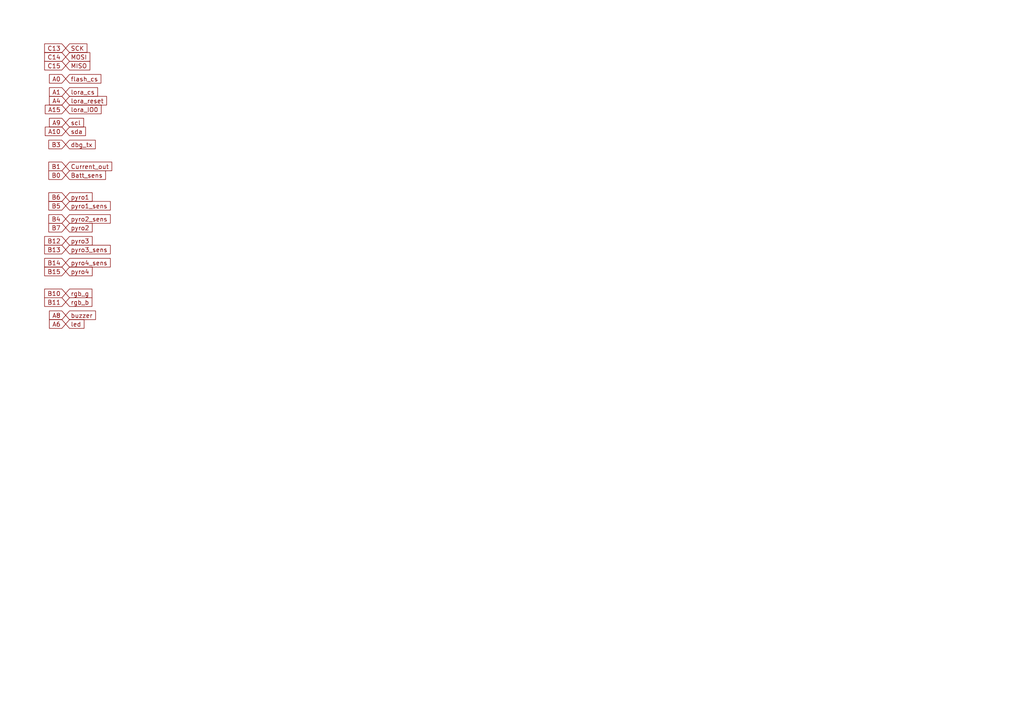
<source format=kicad_sch>
(kicad_sch (version 20201015) (generator eeschema)

  (page 1 8)

  (paper "A4")

  (lib_symbols
  )


  (global_label "C13" (shape input) (at 19.05 13.97 180)    (property "Intersheet References" "${INTERSHEET_REFS}" (id 0) (at 11.4239 13.8906 0)
      (effects (font (size 1.27 1.27)) (justify right) hide)
    )

    (effects (font (size 1.27 1.27)) (justify right))
  )
  (global_label "SCK" (shape input) (at 19.05 13.97 0)    (property "Intersheet References" "${INTERSHEET_REFS}" (id 0) (at 26.7366 14.0494 0)
      (effects (font (size 1.27 1.27)) (justify left) hide)
    )

    (effects (font (size 1.27 1.27)) (justify left))
  )
  (global_label "C14" (shape input) (at 19.05 16.51 180)    (property "Intersheet References" "${INTERSHEET_REFS}" (id 0) (at 11.4239 16.4306 0)
      (effects (font (size 1.27 1.27)) (justify right) hide)
    )

    (effects (font (size 1.27 1.27)) (justify right))
  )
  (global_label "MOSI" (shape input) (at 19.05 16.51 0)    (property "Intersheet References" "${INTERSHEET_REFS}" (id 0) (at 27.5833 16.4306 0)
      (effects (font (size 1.27 1.27)) (justify left) hide)
    )

    (effects (font (size 1.27 1.27)) (justify left))
  )
  (global_label "C15" (shape input) (at 19.05 19.05 180)    (property "Intersheet References" "${INTERSHEET_REFS}" (id 0) (at 11.4239 18.9706 0)
      (effects (font (size 1.27 1.27)) (justify right) hide)
    )

    (effects (font (size 1.27 1.27)) (justify right))
  )
  (global_label "MISO" (shape input) (at 19.05 19.05 0)    (property "Intersheet References" "${INTERSHEET_REFS}" (id 0) (at 27.5833 18.9706 0)
      (effects (font (size 1.27 1.27)) (justify left) hide)
    )

    (effects (font (size 1.27 1.27)) (justify left))
  )
  (global_label "A0" (shape input) (at 19.05 22.86 180)    (property "Intersheet References" "${INTERSHEET_REFS}" (id 0) (at 17.6652 22.7806 0)
      (effects (font (size 1.27 1.27)) (justify left) hide)
    )

    (effects (font (size 1.27 1.27)) (justify right))
  )
  (global_label "flash_cs" (shape input) (at 19.05 22.86 0)    (property "Intersheet References" "${INTERSHEET_REFS}" (id 0) (at 30.7885 22.7806 0)
      (effects (font (size 1.27 1.27)) (justify left) hide)
    )

    (effects (font (size 1.27 1.27)) (justify left))
  )
  (global_label "A1" (shape input) (at 19.05 26.67 180)    (property "Intersheet References" "${INTERSHEET_REFS}" (id 0) (at 17.6652 26.5906 0)
      (effects (font (size 1.27 1.27)) (justify left) hide)
    )

    (effects (font (size 1.27 1.27)) (justify right))
  )
  (global_label "lora_cs" (shape input) (at 19.05 26.67 0)    (property "Intersheet References" "${INTERSHEET_REFS}" (id 0) (at 29.8209 26.5906 0)
      (effects (font (size 1.27 1.27)) (justify left) hide)
    )

    (effects (font (size 1.27 1.27)) (justify left))
  )
  (global_label "A4" (shape input) (at 19.05 29.21 180)    (property "Intersheet References" "${INTERSHEET_REFS}" (id 0) (at 10.2748 29.1306 0)
      (effects (font (size 1.27 1.27)) (justify right) hide)
    )

    (effects (font (size 1.27 1.27)) (justify right))
  )
  (global_label "lora_reset" (shape input) (at 19.05 29.21 0)    (property "Intersheet References" "${INTERSHEET_REFS}" (id 0) (at 32.4214 29.1306 0)
      (effects (font (size 1.27 1.27)) (justify left) hide)
    )

    (effects (font (size 1.27 1.27)) (justify left))
  )
  (global_label "A15" (shape input) (at 19.05 31.75 180)    (property "Intersheet References" "${INTERSHEET_REFS}" (id 0) (at 18.8747 31.6706 0)
      (effects (font (size 1.27 1.27)) (justify left) hide)
    )

    (effects (font (size 1.27 1.27)) (justify right))
  )
  (global_label "lora_IO0" (shape input) (at 19.05 31.75 0)    (property "Intersheet References" "${INTERSHEET_REFS}" (id 0) (at 30.849 31.6706 0)
      (effects (font (size 1.27 1.27)) (justify left) hide)
    )

    (effects (font (size 1.27 1.27)) (justify left))
  )
  (global_label "A9" (shape input) (at 19.05 35.56 180)    (property "Intersheet References" "${INTERSHEET_REFS}" (id 0) (at 10.2748 35.4806 0)
      (effects (font (size 1.27 1.27)) (justify right) hide)
    )

    (effects (font (size 1.27 1.27)) (justify right))
  )
  (global_label "scl" (shape input) (at 19.05 35.56 0)    (property "Intersheet References" "${INTERSHEET_REFS}" (id 0) (at -76.2 -13.97 0)
      (effects (font (size 1.27 1.27)) hide)
    )

    (effects (font (size 1.27 1.27)) (justify left))
  )
  (global_label "A10" (shape input) (at 19.05 38.1 180)    (property "Intersheet References" "${INTERSHEET_REFS}" (id 0) (at 11.6053 38.0206 0)
      (effects (font (size 1.27 1.27)) (justify right) hide)
    )

    (effects (font (size 1.27 1.27)) (justify right))
  )
  (global_label "sda" (shape input) (at 19.05 38.1 0)    (property "Intersheet References" "${INTERSHEET_REFS}" (id 0) (at -76.2 -13.97 0)
      (effects (font (size 1.27 1.27)) hide)
    )

    (effects (font (size 1.27 1.27)) (justify left))
  )
  (global_label "B3" (shape input) (at 19.05 41.91 180)    (property "Intersheet References" "${INTERSHEET_REFS}" (id 0) (at 12.6334 41.8306 0)
      (effects (font (size 1.27 1.27)) (justify right) hide)
    )

    (effects (font (size 1.27 1.27)) (justify right))
  )
  (global_label "dbg_tx" (shape input) (at 19.05 41.91 0)    (property "Intersheet References" "${INTERSHEET_REFS}" (id 0) (at 29.1557 41.8306 0)
      (effects (font (size 1.27 1.27)) (justify left) hide)
    )

    (effects (font (size 1.27 1.27)) (justify left))
  )
  (global_label "B1" (shape input) (at 19.05 48.26 180)    (property "Intersheet References" "${INTERSHEET_REFS}" (id 0) (at 12.6334 45.6406 0)
      (effects (font (size 1.27 1.27)) (justify right) hide)
    )

    (effects (font (size 1.27 1.27)) (justify right))
  )
  (global_label "Current_out" (shape input) (at 19.05 48.26 0)    (property "Intersheet References" "${INTERSHEET_REFS}" (id 0) (at 16.8667 48.1806 0)
      (effects (font (size 1.27 1.27)) (justify right) hide)
    )

    (effects (font (size 1.27 1.27)) (justify left))
  )
  (global_label "B0" (shape input) (at 19.05 50.8 180)    (property "Intersheet References" "${INTERSHEET_REFS}" (id 0) (at 12.6334 53.2606 0)
      (effects (font (size 1.27 1.27)) (justify right) hide)
    )

    (effects (font (size 1.27 1.27)) (justify right))
  )
  (global_label "Batt_sens" (shape input) (at 19.05 50.8 0)    (property "Intersheet References" "${INTERSHEET_REFS}" (id 0) (at 16.141 50.8794 0)
      (effects (font (size 1.27 1.27)) (justify right) hide)
    )

    (effects (font (size 1.27 1.27)) (justify left))
  )
  (global_label "B6" (shape input) (at 19.05 57.15 180)    (property "Intersheet References" "${INTERSHEET_REFS}" (id 0) (at 12.6334 62.1506 0)
      (effects (font (size 1.27 1.27)) (justify right) hide)
    )

    (effects (font (size 1.27 1.27)) (justify right))
  )
  (global_label "pyro1" (shape input) (at 19.05 57.15 0)    (property "Intersheet References" "${INTERSHEET_REFS}" (id 0) (at 17.4715 57.0706 0)
      (effects (font (size 1.27 1.27)) (justify right) hide)
    )

    (effects (font (size 1.27 1.27)) (justify left))
  )
  (global_label "B5" (shape input) (at 19.05 59.69 180)    (property "Intersheet References" "${INTERSHEET_REFS}" (id 0) (at 12.6334 59.6106 0)
      (effects (font (size 1.27 1.27)) (justify right) hide)
    )

    (effects (font (size 1.27 1.27)) (justify right))
  )
  (global_label "pyro1_sens" (shape input) (at 19.05 59.69 0)    (property "Intersheet References" "${INTERSHEET_REFS}" (id 0) (at 33.51 59.6106 0)
      (effects (font (size 1.27 1.27)) (justify left) hide)
    )

    (effects (font (size 1.27 1.27)) (justify left))
  )
  (global_label "B4" (shape input) (at 19.05 63.5 180)    (property "Intersheet References" "${INTERSHEET_REFS}" (id 0) (at 12.6334 58.3406 0)
      (effects (font (size 1.27 1.27)) (justify right) hide)
    )

    (effects (font (size 1.27 1.27)) (justify right))
  )
  (global_label "pyro2_sens" (shape input) (at 19.05 63.5 0)    (property "Intersheet References" "${INTERSHEET_REFS}" (id 0) (at 33.51 63.4206 0)
      (effects (font (size 1.27 1.27)) (justify left) hide)
    )

    (effects (font (size 1.27 1.27)) (justify left))
  )
  (global_label "B7" (shape input) (at 19.05 66.04 180)    (property "Intersheet References" "${INTERSHEET_REFS}" (id 0) (at 12.6334 65.9606 0)
      (effects (font (size 1.27 1.27)) (justify right) hide)
    )

    (effects (font (size 1.27 1.27)) (justify right))
  )
  (global_label "pyro2" (shape input) (at 19.05 66.04 0)    (property "Intersheet References" "${INTERSHEET_REFS}" (id 0) (at 17.4715 65.9606 0)
      (effects (font (size 1.27 1.27)) (justify right) hide)
    )

    (effects (font (size 1.27 1.27)) (justify left))
  )
  (global_label "B12" (shape input) (at 19.05 69.85 180)    (property "Intersheet References" "${INTERSHEET_REFS}" (id 0) (at 11.4239 69.7706 0)
      (effects (font (size 1.27 1.27)) (justify right) hide)
    )

    (effects (font (size 1.27 1.27)) (justify right))
  )
  (global_label "pyro3" (shape input) (at 19.05 69.85 0)    (property "Intersheet References" "${INTERSHEET_REFS}" (id 0) (at 17.4715 69.7706 0)
      (effects (font (size 1.27 1.27)) (justify right) hide)
    )

    (effects (font (size 1.27 1.27)) (justify left))
  )
  (global_label "B13" (shape input) (at 19.05 72.39 180)    (property "Intersheet References" "${INTERSHEET_REFS}" (id 0) (at 11.4239 72.3106 0)
      (effects (font (size 1.27 1.27)) (justify right) hide)
    )

    (effects (font (size 1.27 1.27)) (justify right))
  )
  (global_label "pyro3_sens" (shape input) (at 19.05 72.39 0)    (property "Intersheet References" "${INTERSHEET_REFS}" (id 0) (at 33.51 72.3106 0)
      (effects (font (size 1.27 1.27)) (justify left) hide)
    )

    (effects (font (size 1.27 1.27)) (justify left))
  )
  (global_label "B14" (shape input) (at 19.05 76.2 180)    (property "Intersheet References" "${INTERSHEET_REFS}" (id 0) (at 11.4239 76.1206 0)
      (effects (font (size 1.27 1.27)) (justify right) hide)
    )

    (effects (font (size 1.27 1.27)) (justify right))
  )
  (global_label "pyro4_sens" (shape input) (at 19.05 76.2 0)    (property "Intersheet References" "${INTERSHEET_REFS}" (id 0) (at 33.51 76.1206 0)
      (effects (font (size 1.27 1.27)) (justify left) hide)
    )

    (effects (font (size 1.27 1.27)) (justify left))
  )
  (global_label "B15" (shape input) (at 19.05 78.74 180)    (property "Intersheet References" "${INTERSHEET_REFS}" (id 0) (at 11.4239 78.6606 0)
      (effects (font (size 1.27 1.27)) (justify right) hide)
    )

    (effects (font (size 1.27 1.27)) (justify right))
  )
  (global_label "pyro4" (shape input) (at 19.05 78.74 0)    (property "Intersheet References" "${INTERSHEET_REFS}" (id 0) (at 17.4715 78.6606 0)
      (effects (font (size 1.27 1.27)) (justify right) hide)
    )

    (effects (font (size 1.27 1.27)) (justify left))
  )
  (global_label "B10" (shape input) (at 19.05 85.09 180)    (property "Intersheet References" "${INTERSHEET_REFS}" (id 0) (at 11.4239 85.0106 0)
      (effects (font (size 1.27 1.27)) (justify right) hide)
    )

    (effects (font (size 1.27 1.27)) (justify right))
  )
  (global_label "rgb_g" (shape input) (at 19.05 85.09 0)    (property "Intersheet References" "${INTERSHEET_REFS}" (id 0) (at 28.1881 85.0106 0)
      (effects (font (size 1.27 1.27)) (justify left) hide)
    )

    (effects (font (size 1.27 1.27)) (justify left))
  )
  (global_label "B11" (shape input) (at 19.05 87.63 180)    (property "Intersheet References" "${INTERSHEET_REFS}" (id 0) (at 11.4239 87.5506 0)
      (effects (font (size 1.27 1.27)) (justify right) hide)
    )

    (effects (font (size 1.27 1.27)) (justify right))
  )
  (global_label "rgb_b" (shape input) (at 19.05 87.63 0)    (property "Intersheet References" "${INTERSHEET_REFS}" (id 0) (at 28.1881 87.5506 0)
      (effects (font (size 1.27 1.27)) (justify left) hide)
    )

    (effects (font (size 1.27 1.27)) (justify left))
  )
  (global_label "A8" (shape input) (at 19.05 91.44 180)    (property "Intersheet References" "${INTERSHEET_REFS}" (id 0) (at 10.2748 91.3606 0)
      (effects (font (size 1.27 1.27)) (justify right) hide)
    )

    (effects (font (size 1.27 1.27)) (justify right))
  )
  (global_label "buzzer" (shape input) (at 19.05 91.44 0)    (property "Intersheet References" "${INTERSHEET_REFS}" (id 0) (at 19.0439 91.3606 0)
      (effects (font (size 1.27 1.27)) (justify right) hide)
    )

    (effects (font (size 1.27 1.27)) (justify left))
  )
  (global_label "A6" (shape input) (at 19.05 93.98 180)    (property "Intersheet References" "${INTERSHEET_REFS}" (id 0) (at 10.2748 93.9006 0)
      (effects (font (size 1.27 1.27)) (justify right) hide)
    )

    (effects (font (size 1.27 1.27)) (justify right))
  )
  (global_label "led" (shape input) (at 19.05 93.98 0)    (property "Intersheet References" "${INTERSHEET_REFS}" (id 0) (at 19.83 93.9006 0)
      (effects (font (size 1.27 1.27)) (justify right) hide)
    )

    (effects (font (size 1.27 1.27)) (justify left))
  )
)

</source>
